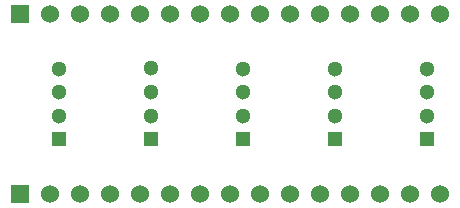
<source format=gts>
G04 (created by PCBNEW (2013-may-18)-stable) date Mon 21 Sep 2015 01:58:13 PM CST*
%MOIN*%
G04 Gerber Fmt 3.4, Leading zero omitted, Abs format*
%FSLAX34Y34*%
G01*
G70*
G90*
G04 APERTURE LIST*
%ADD10C,0.00590551*%
%ADD11R,0.0511811X0.0511811*%
%ADD12C,0.0511811*%
%ADD13R,0.06X0.06*%
%ADD14C,0.06*%
G04 APERTURE END LIST*
G54D10*
G54D11*
X56417Y-43543D03*
G54D12*
X56417Y-42755D03*
X56417Y-41968D03*
X56417Y-41181D03*
G54D11*
X53346Y-43551D03*
G54D12*
X53346Y-42763D03*
X53346Y-41976D03*
X53346Y-41188D03*
G54D11*
X65629Y-43551D03*
G54D12*
X65629Y-42763D03*
X65629Y-41976D03*
X65629Y-41188D03*
G54D13*
X52055Y-39370D03*
G54D14*
X53055Y-39370D03*
X54055Y-39370D03*
X55055Y-39370D03*
X56055Y-39370D03*
X57055Y-39370D03*
X58055Y-39370D03*
X59055Y-39370D03*
X60055Y-39370D03*
X61055Y-39370D03*
X62055Y-39370D03*
X63055Y-39370D03*
X64055Y-39370D03*
X65055Y-39370D03*
X66055Y-39370D03*
G54D13*
X52055Y-45370D03*
G54D14*
X53055Y-45370D03*
X54055Y-45370D03*
X55055Y-45370D03*
X56055Y-45370D03*
X57055Y-45370D03*
X58055Y-45370D03*
X59055Y-45370D03*
X60055Y-45370D03*
X61055Y-45370D03*
X62055Y-45370D03*
X63055Y-45370D03*
X64055Y-45370D03*
X65055Y-45370D03*
X66055Y-45370D03*
G54D11*
X62559Y-43551D03*
G54D12*
X62559Y-42763D03*
X62559Y-41976D03*
X62559Y-41188D03*
G54D11*
X59488Y-43551D03*
G54D12*
X59488Y-42763D03*
X59488Y-41976D03*
X59488Y-41188D03*
M02*

</source>
